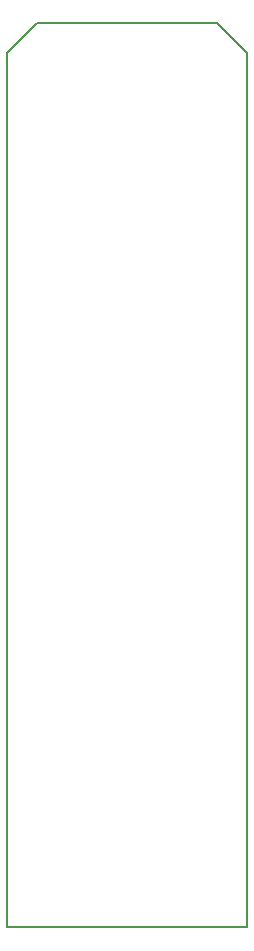
<source format=gm1>
G04 #@! TF.GenerationSoftware,KiCad,Pcbnew,7.0.1*
G04 #@! TF.CreationDate,2023-05-31T01:27:01+09:00*
G04 #@! TF.ProjectId,Pmod_MultiSegment_SinglePort,506d6f64-5f4d-4756-9c74-695365676d65,rev?*
G04 #@! TF.SameCoordinates,Original*
G04 #@! TF.FileFunction,Profile,NP*
%FSLAX46Y46*%
G04 Gerber Fmt 4.6, Leading zero omitted, Abs format (unit mm)*
G04 Created by KiCad (PCBNEW 7.0.1) date 2023-05-31 01:27:01*
%MOMM*%
%LPD*%
G01*
G04 APERTURE LIST*
G04 #@! TA.AperFunction,Profile*
%ADD10C,0.150000*%
G04 #@! TD*
G04 APERTURE END LIST*
D10*
X3810000Y35560000D02*
X1270000Y33020000D01*
X19050000Y35560000D02*
X21590000Y33020000D01*
X1270000Y-41000000D02*
X1270000Y33020000D01*
X1270000Y-41000000D02*
X21590000Y-41000000D01*
X3810000Y35560000D02*
X19050000Y35560000D01*
X21590000Y-41000000D02*
X21590000Y33020000D01*
M02*

</source>
